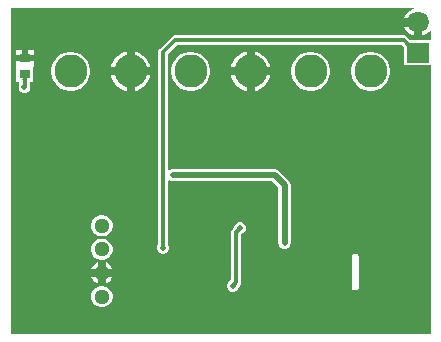
<source format=gtl>
G04*
G04 #@! TF.GenerationSoftware,Altium Limited,Altium Designer,21.0.8 (223)*
G04*
G04 Layer_Physical_Order=1*
G04 Layer_Color=255*
%FSTAX24Y24*%
%MOIN*%
G70*
G04*
G04 #@! TF.SameCoordinates,54288C87-6C50-4DCC-9232-1D79D91570B4*
G04*
G04*
G04 #@! TF.FilePolarity,Positive*
G04*
G01*
G75*
%ADD15R,0.0354X0.0315*%
%ADD21C,0.0197*%
%ADD22C,0.0118*%
%ADD23C,0.1100*%
%ADD24C,0.0512*%
%ADD25R,0.0750X0.0650*%
%ADD26O,0.0750X0.0650*%
%ADD27C,0.0197*%
G36*
X076841Y052377D02*
X076797Y052371D01*
X076689Y052326D01*
X076596Y052255D01*
X076525Y052163D01*
X07649Y052077D01*
X076962D01*
Y051939D01*
X0771D01*
Y051504D01*
X077128Y051507D01*
X077236Y051552D01*
X077328Y051623D01*
X077354Y051656D01*
X077404Y051639D01*
Y051354D01*
X076717D01*
X076611Y05146D01*
X076558Y051495D01*
X076496Y051508D01*
X068872D01*
X06881Y051495D01*
X068757Y05146D01*
X068354Y051057D01*
X068319Y051004D01*
X068306Y050942D01*
Y044545D01*
X0683Y044539D01*
X06827Y044466D01*
Y044387D01*
X0683Y044314D01*
X068356Y044258D01*
X068429Y044228D01*
X068508D01*
X068581Y044258D01*
X068637Y044314D01*
X068667Y044387D01*
Y044466D01*
X068637Y044539D01*
X068631Y044545D01*
Y046667D01*
X068654Y046685D01*
X068681Y046691D01*
X068687Y046685D01*
X068705Y046678D01*
X068722Y046667D01*
X068741Y046663D01*
X06876Y046655D01*
X06878D01*
X068799Y046651D01*
X070573D01*
X070582Y046647D01*
X070602D01*
X070622Y046643D01*
X072117D01*
X072317Y046443D01*
Y044582D01*
X072321Y044562D01*
Y044542D01*
X072329Y044524D01*
X072333Y044504D01*
X072344Y044488D01*
X072351Y044469D01*
X072365Y044455D01*
X072376Y044439D01*
X072393Y044428D01*
X072407Y044414D01*
X072426Y044406D01*
X072442Y044395D01*
X072462Y044391D01*
X07248Y044383D01*
X0725D01*
X07252Y044379D01*
X072539Y044383D01*
X072559D01*
X072577Y044391D01*
X072597Y044395D01*
X072614Y044406D01*
X072632Y044414D01*
X072646Y044428D01*
X072663Y044439D01*
X072674Y044455D01*
X072688Y044469D01*
X072695Y044488D01*
X072706Y044504D01*
X07271Y044524D01*
X072718Y044542D01*
Y044562D01*
X072722Y044582D01*
Y046527D01*
X072706Y046604D01*
X072663Y04667D01*
X072344Y046989D01*
X072278Y047032D01*
X072201Y047048D01*
X070654D01*
X070614Y047056D01*
X068799D01*
X06878Y047052D01*
X06876D01*
X068741Y047044D01*
X068722Y04704D01*
X068705Y047029D01*
X068687Y047022D01*
X068681Y047016D01*
X068654Y047021D01*
X068631Y04704D01*
Y050875D01*
X068939Y051183D01*
X076429D01*
X076487Y051125D01*
Y050504D01*
X077404D01*
Y041559D01*
X063387Y041559D01*
Y052427D01*
X076838D01*
X076841Y052377D01*
D02*
G37*
G36*
X068528Y044553D02*
X06853Y044518D01*
X068531Y044512D01*
X068532Y044507D01*
X068534Y044502D01*
X068535Y044499D01*
X068537Y044497D01*
X068399D01*
X068401Y044499D01*
X068403Y044502D01*
X068404Y044507D01*
X068406Y044512D01*
X068407Y044518D01*
X068408Y044534D01*
X068409Y044553D01*
X068409Y044564D01*
X068527D01*
X068528Y044553D01*
D02*
G37*
%LPC*%
G36*
X076825Y051801D02*
X07649D01*
X076525Y051716D01*
X076596Y051623D01*
X076689Y051552D01*
X076797Y051507D01*
X076825Y051504D01*
Y051801D01*
D02*
G37*
G36*
X064157Y051031D02*
X06396D01*
Y050853D01*
X064157D01*
Y051031D01*
D02*
G37*
G36*
X063764D02*
X063567D01*
Y050853D01*
X063764D01*
Y051031D01*
D02*
G37*
G36*
X071531Y050966D02*
Y05045D01*
X072047D01*
X072036Y050507D01*
X071986Y050629D01*
X071913Y050738D01*
X071819Y050831D01*
X07171Y050904D01*
X071588Y050955D01*
X071531Y050966D01*
D02*
G37*
G36*
X071256D02*
X071199Y050955D01*
X071077Y050904D01*
X070968Y050831D01*
X070875Y050738D01*
X070801Y050629D01*
X070751Y050507D01*
X07074Y05045D01*
X071256D01*
Y050966D01*
D02*
G37*
G36*
X067531D02*
Y05045D01*
X068047D01*
X068036Y050507D01*
X067986Y050629D01*
X067913Y050738D01*
X067819Y050831D01*
X06771Y050904D01*
X067588Y050955D01*
X067531Y050966D01*
D02*
G37*
G36*
X067256D02*
X067199Y050955D01*
X067077Y050904D01*
X066968Y050831D01*
X066875Y050738D01*
X066801Y050629D01*
X066751Y050507D01*
X06674Y05045D01*
X067256D01*
Y050966D01*
D02*
G37*
G36*
X075458Y050962D02*
X07533D01*
X075204Y050937D01*
X075086Y050888D01*
X074979Y050817D01*
X074889Y050726D01*
X074818Y05062D01*
X074769Y050502D01*
X074744Y050376D01*
Y050248D01*
X074769Y050122D01*
X074818Y050004D01*
X074889Y049898D01*
X074979Y049807D01*
X075086Y049736D01*
X075204Y049687D01*
X07533Y049662D01*
X075458D01*
X075583Y049687D01*
X075701Y049736D01*
X075808Y049807D01*
X075898Y049898D01*
X07597Y050004D01*
X076019Y050122D01*
X076044Y050248D01*
Y050376D01*
X076019Y050502D01*
X07597Y05062D01*
X075898Y050726D01*
X075808Y050817D01*
X075701Y050888D01*
X075583Y050937D01*
X075458Y050962D01*
D02*
G37*
G36*
X073458D02*
X07333D01*
X073204Y050937D01*
X073086Y050888D01*
X072979Y050817D01*
X072889Y050726D01*
X072818Y05062D01*
X072769Y050502D01*
X072744Y050376D01*
Y050248D01*
X072769Y050122D01*
X072818Y050004D01*
X072889Y049898D01*
X072979Y049807D01*
X073086Y049736D01*
X073204Y049687D01*
X07333Y049662D01*
X073458D01*
X073583Y049687D01*
X073701Y049736D01*
X073808Y049807D01*
X073898Y049898D01*
X07397Y050004D01*
X074019Y050122D01*
X074044Y050248D01*
Y050376D01*
X074019Y050502D01*
X07397Y05062D01*
X073898Y050726D01*
X073808Y050817D01*
X073701Y050888D01*
X073583Y050937D01*
X073458Y050962D01*
D02*
G37*
G36*
X069458D02*
X06933D01*
X069204Y050937D01*
X069086Y050888D01*
X068979Y050817D01*
X068889Y050726D01*
X068818Y05062D01*
X068769Y050502D01*
X068744Y050376D01*
Y050248D01*
X068769Y050122D01*
X068818Y050004D01*
X068889Y049898D01*
X068979Y049807D01*
X069086Y049736D01*
X069204Y049687D01*
X06933Y049662D01*
X069458D01*
X069583Y049687D01*
X069701Y049736D01*
X069808Y049807D01*
X069898Y049898D01*
X06997Y050004D01*
X070019Y050122D01*
X070044Y050248D01*
Y050376D01*
X070019Y050502D01*
X06997Y05062D01*
X069898Y050726D01*
X069808Y050817D01*
X069701Y050888D01*
X069583Y050937D01*
X069458Y050962D01*
D02*
G37*
G36*
X065458D02*
X06533D01*
X065204Y050937D01*
X065086Y050888D01*
X064979Y050817D01*
X064889Y050726D01*
X064818Y05062D01*
X064769Y050502D01*
X064744Y050376D01*
Y050248D01*
X064769Y050122D01*
X064818Y050004D01*
X064889Y049898D01*
X064979Y049807D01*
X065086Y049736D01*
X065204Y049687D01*
X06533Y049662D01*
X065458D01*
X065583Y049687D01*
X065701Y049736D01*
X065808Y049807D01*
X065898Y049898D01*
X06597Y050004D01*
X066019Y050122D01*
X066044Y050248D01*
Y050376D01*
X066019Y050502D01*
X06597Y05062D01*
X065898Y050726D01*
X065808Y050817D01*
X065701Y050888D01*
X065583Y050937D01*
X065458Y050962D01*
D02*
G37*
G36*
X072047Y050174D02*
X071531D01*
Y049658D01*
X071588Y04967D01*
X07171Y04972D01*
X071819Y049793D01*
X071913Y049886D01*
X071986Y049996D01*
X072036Y050117D01*
X072047Y050174D01*
D02*
G37*
G36*
X071256D02*
X07074D01*
X070751Y050117D01*
X070801Y049996D01*
X070875Y049886D01*
X070968Y049793D01*
X071077Y04972D01*
X071199Y04967D01*
X071256Y049658D01*
Y050174D01*
D02*
G37*
G36*
X068047D02*
X067531D01*
Y049658D01*
X067588Y04967D01*
X06771Y04972D01*
X067819Y049793D01*
X067913Y049886D01*
X067986Y049996D01*
X068036Y050117D01*
X068047Y050174D01*
D02*
G37*
G36*
X067256D02*
X06674D01*
X066751Y050117D01*
X066801Y049996D01*
X066875Y049886D01*
X066968Y049793D01*
X067077Y04972D01*
X067199Y04967D01*
X067256Y049658D01*
Y050174D01*
D02*
G37*
G36*
X064157Y050657D02*
X063862D01*
X063567D01*
Y050504D01*
X063567Y050479D01*
X063585Y050437D01*
Y049946D01*
X063657D01*
X063671Y049924D01*
X063681Y049896D01*
X063654Y04983D01*
Y049751D01*
X063684Y049678D01*
X06374Y049622D01*
X063813Y049592D01*
X063892D01*
X063965Y049622D01*
X06402Y049678D01*
X064051Y049751D01*
Y04983D01*
X064024Y049893D01*
X064024Y049897D01*
Y049946D01*
X064139D01*
Y050437D01*
X064157Y050479D01*
X064157Y050504D01*
Y050657D01*
D02*
G37*
G36*
X066478Y04552D02*
X066384D01*
X066294Y045496D01*
X066212Y045449D01*
X066146Y045383D01*
X066099Y045302D01*
X066075Y045211D01*
Y045118D01*
X066099Y045027D01*
X066146Y044946D01*
X066212Y04488D01*
X066294Y044833D01*
X066384Y044809D01*
X066478D01*
X066568Y044833D01*
X066649Y04488D01*
X066716Y044946D01*
X066763Y045027D01*
X066787Y045118D01*
Y045211D01*
X066763Y045302D01*
X066716Y045383D01*
X066649Y045449D01*
X066568Y045496D01*
X066478Y04552D01*
D02*
G37*
G36*
Y044733D02*
X066384D01*
X066294Y044709D01*
X066212Y044662D01*
X066146Y044596D01*
X066099Y044514D01*
X066075Y044424D01*
Y04433D01*
X066099Y04424D01*
X066146Y044159D01*
X066212Y044092D01*
X066294Y044045D01*
X066384Y044021D01*
X066478D01*
X066568Y044045D01*
X066649Y044092D01*
X066716Y044159D01*
X066763Y04424D01*
X066787Y04433D01*
Y044424D01*
X066763Y044514D01*
X066716Y044596D01*
X066649Y044662D01*
X066568Y044709D01*
X066478Y044733D01*
D02*
G37*
G36*
X066569Y04394D02*
Y043727D01*
X066781D01*
X066779Y043734D01*
X06673Y043819D01*
X066661Y043889D01*
X066575Y043938D01*
X066569Y04394D01*
D02*
G37*
G36*
X066293D02*
X066287Y043938D01*
X066201Y043889D01*
X066132Y043819D01*
X066082Y043734D01*
X066081Y043727D01*
X066293D01*
Y04394D01*
D02*
G37*
G36*
Y043452D02*
X066081D01*
X066082Y043445D01*
X066132Y04336D01*
X066201Y04329D01*
X066287Y043241D01*
X066293Y043239D01*
Y043452D01*
D02*
G37*
G36*
X066781D02*
X066569D01*
Y043239D01*
X066575Y043241D01*
X066661Y04329D01*
X06673Y04336D01*
X066779Y043445D01*
X066781Y043452D01*
D02*
G37*
G36*
X074955Y044212D02*
X074797D01*
X074767Y044199D01*
X074754Y044169D01*
Y043069D01*
X074767Y043039D01*
X074797Y043027D01*
X074955D01*
X074985Y043039D01*
X074997Y043069D01*
Y044169D01*
X074985Y044199D01*
X074955Y044212D01*
D02*
G37*
G36*
X071077Y045274D02*
X070998D01*
X070925Y045244D01*
X070869Y045188D01*
X070839Y045115D01*
Y045107D01*
X070795Y045063D01*
X070759Y04501D01*
X070747Y044948D01*
Y043353D01*
X070679Y043325D01*
X070623Y043269D01*
X070593Y043196D01*
Y043117D01*
X070623Y043044D01*
X070679Y042988D01*
X070752Y042958D01*
X070831D01*
X070904Y042988D01*
X070959Y043044D01*
X07099Y043117D01*
Y043126D01*
X071024Y04316D01*
X071059Y043213D01*
X071071Y043275D01*
Y044877D01*
X071077D01*
X07115Y044908D01*
X071205Y044963D01*
X071236Y045036D01*
Y045115D01*
X071205Y045188D01*
X07115Y045244D01*
X071077Y045274D01*
D02*
G37*
G36*
X066478Y043158D02*
X066384D01*
X066294Y043134D01*
X066212Y043087D01*
X066146Y043021D01*
X066099Y04294D01*
X066075Y042849D01*
Y042755D01*
X066099Y042665D01*
X066146Y042584D01*
X066212Y042517D01*
X066294Y042471D01*
X066384Y042446D01*
X066478D01*
X066568Y042471D01*
X066649Y042517D01*
X066716Y042584D01*
X066763Y042665D01*
X066787Y042755D01*
Y042849D01*
X066763Y04294D01*
X066716Y043021D01*
X066649Y043087D01*
X066568Y043134D01*
X066478Y043158D01*
D02*
G37*
%LPD*%
G36*
X063969Y050048D02*
X063959Y050044D01*
X06395Y050038D01*
X063942Y05003D01*
X063936Y050019D01*
X063931Y050006D01*
X063926Y04999D01*
X063923Y049972D01*
X063922Y049952D01*
X063921Y049929D01*
X063845D01*
X063921Y04992D01*
X063921Y049909D01*
X063924Y049863D01*
X063925Y049859D01*
X063927Y049856D01*
X063928Y049853D01*
X063791Y049867D01*
X063793Y04987D01*
X063795Y049873D01*
X063797Y049877D01*
X063799Y049883D01*
X0638Y049889D01*
X063801Y049896D01*
X063803Y049914D01*
X063803Y049932D01*
X063802Y049952D01*
X063801Y049972D01*
X063798Y04999D01*
X063794Y050006D01*
X063788Y050019D01*
X063782Y05003D01*
X063774Y050038D01*
X063765Y050044D01*
X063755Y050048D01*
X063744Y050049D01*
X06398D01*
X063969Y050048D01*
D02*
G37*
G36*
X071036Y044977D02*
X071033Y044977D01*
X07103Y044976D01*
X071026Y044974D01*
X071021Y044971D01*
X071016Y044967D01*
X071004Y044958D01*
X070989Y044944D01*
X070982Y044937D01*
X070898Y04502D01*
X070906Y045028D01*
X070929Y045054D01*
X070932Y04506D01*
X070935Y045064D01*
X070937Y045068D01*
X070938Y045072D01*
X070939Y045075D01*
X071036Y044977D01*
D02*
G37*
G36*
X07093Y043212D02*
X070923Y043204D01*
X0709Y043178D01*
X070896Y043173D01*
X070893Y043168D01*
X070891Y043164D01*
X07089Y043161D01*
X07089Y043158D01*
X070792Y043255D01*
X070795Y043255D01*
X070799Y043257D01*
X070803Y043259D01*
X070808Y043261D01*
X070813Y043265D01*
X070825Y043275D01*
X070839Y043288D01*
X070847Y043296D01*
X07093Y043212D01*
D02*
G37*
D15*
X063862Y050755D02*
D03*
Y050204D02*
D03*
D21*
X072201Y046846D02*
X07252Y046527D01*
Y044582D02*
Y046527D01*
X070622Y046846D02*
X072201D01*
X068799Y046853D02*
X070614D01*
X070622Y046846D01*
D22*
X063862Y0498D02*
Y050204D01*
X063852Y04979D02*
X063862Y0498D01*
X068468Y044426D02*
Y050942D01*
X068872Y051346D01*
X076496D01*
X076912Y050929D01*
X076962D01*
X070909Y044948D02*
X071037Y045076D01*
X070909Y043275D02*
Y044948D01*
X070791Y043157D02*
X070909Y043275D01*
D23*
X071394Y050312D02*
D03*
X073394D02*
D03*
X075394D02*
D03*
X067394D02*
D03*
X065394D02*
D03*
X069394D02*
D03*
D24*
X066431Y045164D02*
D03*
Y044377D02*
D03*
Y04359D02*
D03*
Y042802D02*
D03*
D25*
X076962Y050929D02*
D03*
D26*
Y051939D02*
D03*
D27*
X063697Y042391D02*
D03*
Y043527D02*
D03*
Y044662D02*
D03*
Y045798D02*
D03*
Y046934D02*
D03*
X064701Y048125D02*
D03*
Y048724D02*
D03*
Y049322D02*
D03*
X075996Y052247D02*
D03*
X07477D02*
D03*
X073543D02*
D03*
X072317D02*
D03*
X063732D02*
D03*
X064959D02*
D03*
X066185D02*
D03*
X067411D02*
D03*
X068638D02*
D03*
X069864D02*
D03*
X07109D02*
D03*
X071685Y0417D02*
D03*
X070459D02*
D03*
X07537Y042172D02*
D03*
X069232Y0417D02*
D03*
X068006D02*
D03*
X066779D02*
D03*
X065553D02*
D03*
X064327D02*
D03*
X072911D02*
D03*
X074138D02*
D03*
X075364D02*
D03*
X07659D02*
D03*
X068744Y042991D02*
D03*
X069421D02*
D03*
X071272Y042905D02*
D03*
X071543Y04329D02*
D03*
X069362Y044062D02*
D03*
Y044418D02*
D03*
Y044775D02*
D03*
X071216Y045822D02*
D03*
X070563D02*
D03*
X069909D02*
D03*
X072939Y046806D02*
D03*
X073424Y047281D02*
D03*
X073563Y046806D02*
D03*
X074076Y047281D02*
D03*
X074186Y046806D02*
D03*
X074728Y0469D02*
D03*
X074728Y047281D02*
D03*
X072772D02*
D03*
X074728Y046519D02*
D03*
Y046138D02*
D03*
Y045375D02*
D03*
Y045757D02*
D03*
X073512Y045031D02*
D03*
X073508Y04529D02*
D03*
X077051Y042208D02*
D03*
Y042822D02*
D03*
Y043436D02*
D03*
Y04405D02*
D03*
X075878Y044684D02*
D03*
X07711Y050007D02*
D03*
X076421Y050031D02*
D03*
X07252Y044582D02*
D03*
X070622Y046846D02*
D03*
X068799Y046853D02*
D03*
X063852Y04979D02*
D03*
X068468Y044426D02*
D03*
X071037Y045076D02*
D03*
X070791Y043157D02*
D03*
M02*

</source>
